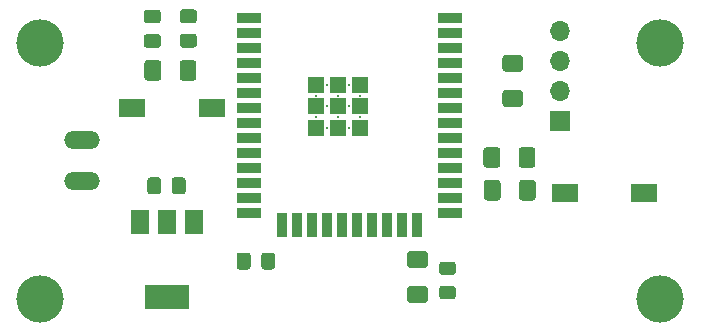
<source format=gts>
G04 #@! TF.GenerationSoftware,KiCad,Pcbnew,(5.1.7-0-10_14)*
G04 #@! TF.CreationDate,2021-04-09T21:40:06+02:00*
G04 #@! TF.ProjectId,StralingslocatiePCB,53747261-6c69-46e6-9773-6c6f63617469,rev?*
G04 #@! TF.SameCoordinates,Original*
G04 #@! TF.FileFunction,Soldermask,Top*
G04 #@! TF.FilePolarity,Negative*
%FSLAX46Y46*%
G04 Gerber Fmt 4.6, Leading zero omitted, Abs format (unit mm)*
G04 Created by KiCad (PCBNEW (5.1.7-0-10_14)) date 2021-04-09 21:40:06*
%MOMM*%
%LPD*%
G01*
G04 APERTURE LIST*
%ADD10R,2.000000X0.900000*%
%ADD11R,0.900000X2.000000*%
%ADD12R,1.330000X1.330000*%
%ADD13C,0.300000*%
%ADD14O,1.700000X1.700000*%
%ADD15R,1.700000X1.700000*%
%ADD16R,2.300000X1.500000*%
%ADD17R,3.800000X2.000000*%
%ADD18R,1.500000X2.000000*%
%ADD19O,3.014980X1.506220*%
%ADD20C,4.000000*%
G04 APERTURE END LIST*
D10*
X136702000Y-41160000D03*
X136702000Y-42430000D03*
X136702000Y-43700000D03*
X136702000Y-44970000D03*
X136702000Y-46240000D03*
X136702000Y-47510000D03*
X136702000Y-48780000D03*
X136702000Y-50050000D03*
X136702000Y-51320000D03*
X136702000Y-52590000D03*
X136702000Y-53860000D03*
X136702000Y-55130000D03*
X136702000Y-56400000D03*
X136702000Y-57670000D03*
D11*
X139487000Y-58670000D03*
X140757000Y-58670000D03*
X142027000Y-58670000D03*
X143297000Y-58670000D03*
X144567000Y-58670000D03*
X145837000Y-58670000D03*
X147107000Y-58670000D03*
X148377000Y-58670000D03*
X149647000Y-58670000D03*
X150917000Y-58670000D03*
D10*
X153702000Y-57670000D03*
X153702000Y-56400000D03*
X153702000Y-55130000D03*
X153702000Y-53860000D03*
X153702000Y-52590000D03*
X153702000Y-51320000D03*
X153702000Y-50050000D03*
X153702000Y-48780000D03*
X153702000Y-47510000D03*
X153702000Y-46240000D03*
X153702000Y-44970000D03*
X153702000Y-43700000D03*
X153702000Y-42430000D03*
X153702000Y-41160000D03*
D12*
X142367000Y-46825000D03*
X144202000Y-46825000D03*
X146037000Y-46825000D03*
X142367000Y-48660000D03*
X144202000Y-48660000D03*
X146037000Y-48660000D03*
X142367000Y-50495000D03*
X144202000Y-50495000D03*
X146037000Y-50495000D03*
D13*
X143284500Y-46825000D03*
X145119500Y-46825000D03*
X142367000Y-47742500D03*
X144202000Y-47742500D03*
X146037000Y-47742500D03*
X143284500Y-48660000D03*
X145119500Y-48660000D03*
X142367000Y-49577500D03*
X144202000Y-49577500D03*
X146037000Y-49577500D03*
X143284500Y-50495000D03*
X145119500Y-50495000D03*
G36*
G01*
X130133500Y-55847725D02*
X130133500Y-54898275D01*
G75*
G02*
X130383775Y-54648000I250275J0D01*
G01*
X131058225Y-54648000D01*
G75*
G02*
X131308500Y-54898275I0J-250275D01*
G01*
X131308500Y-55847725D01*
G75*
G02*
X131058225Y-56098000I-250275J0D01*
G01*
X130383775Y-56098000D01*
G75*
G02*
X130133500Y-55847725I0J250275D01*
G01*
G37*
G36*
G01*
X128058500Y-55848000D02*
X128058500Y-54898000D01*
G75*
G02*
X128308500Y-54648000I250000J0D01*
G01*
X128983500Y-54648000D01*
G75*
G02*
X129233500Y-54898000I0J-250000D01*
G01*
X129233500Y-55848000D01*
G75*
G02*
X128983500Y-56098000I-250000J0D01*
G01*
X128308500Y-56098000D01*
G75*
G02*
X128058500Y-55848000I0J250000D01*
G01*
G37*
G36*
G01*
X132009000Y-43681000D02*
X131059000Y-43681000D01*
G75*
G02*
X130809000Y-43431000I0J250000D01*
G01*
X130809000Y-42756000D01*
G75*
G02*
X131059000Y-42506000I250000J0D01*
G01*
X132009000Y-42506000D01*
G75*
G02*
X132259000Y-42756000I0J-250000D01*
G01*
X132259000Y-43431000D01*
G75*
G02*
X132009000Y-43681000I-250000J0D01*
G01*
G37*
G36*
G01*
X132008725Y-41606000D02*
X131059275Y-41606000D01*
G75*
G02*
X130809000Y-41355725I0J250275D01*
G01*
X130809000Y-40681275D01*
G75*
G02*
X131059275Y-40431000I250275J0D01*
G01*
X132008725Y-40431000D01*
G75*
G02*
X132259000Y-40681275I0J-250275D01*
G01*
X132259000Y-41355725D01*
G75*
G02*
X132008725Y-41606000I-250275J0D01*
G01*
G37*
G36*
G01*
X137700000Y-62224725D02*
X137700000Y-61275275D01*
G75*
G02*
X137950275Y-61025000I250275J0D01*
G01*
X138624725Y-61025000D01*
G75*
G02*
X138875000Y-61275275I0J-250275D01*
G01*
X138875000Y-62224725D01*
G75*
G02*
X138624725Y-62475000I-250275J0D01*
G01*
X137950275Y-62475000D01*
G75*
G02*
X137700000Y-62224725I0J250275D01*
G01*
G37*
G36*
G01*
X135625000Y-62225000D02*
X135625000Y-61275000D01*
G75*
G02*
X135875000Y-61025000I250000J0D01*
G01*
X136550000Y-61025000D01*
G75*
G02*
X136800000Y-61275000I0J-250000D01*
G01*
X136800000Y-62225000D01*
G75*
G02*
X136550000Y-62475000I-250000J0D01*
G01*
X135875000Y-62475000D01*
G75*
G02*
X135625000Y-62225000I0J250000D01*
G01*
G37*
G36*
G01*
X128961000Y-43702500D02*
X128011000Y-43702500D01*
G75*
G02*
X127761000Y-43452500I0J250000D01*
G01*
X127761000Y-42777500D01*
G75*
G02*
X128011000Y-42527500I250000J0D01*
G01*
X128961000Y-42527500D01*
G75*
G02*
X129211000Y-42777500I0J-250000D01*
G01*
X129211000Y-43452500D01*
G75*
G02*
X128961000Y-43702500I-250000J0D01*
G01*
G37*
G36*
G01*
X128960725Y-41627500D02*
X128011275Y-41627500D01*
G75*
G02*
X127761000Y-41377225I0J250275D01*
G01*
X127761000Y-40702775D01*
G75*
G02*
X128011275Y-40452500I250275J0D01*
G01*
X128960725Y-40452500D01*
G75*
G02*
X129211000Y-40702775I0J-250275D01*
G01*
X129211000Y-41377225D01*
G75*
G02*
X128960725Y-41627500I-250275J0D01*
G01*
G37*
G36*
G01*
X153022550Y-61792000D02*
X153923450Y-61792000D01*
G75*
G02*
X154173000Y-62041550I0J-249550D01*
G01*
X154173000Y-62692450D01*
G75*
G02*
X153923450Y-62942000I-249550J0D01*
G01*
X153022550Y-62942000D01*
G75*
G02*
X152773000Y-62692450I0J249550D01*
G01*
X152773000Y-62041550D01*
G75*
G02*
X153022550Y-61792000I249550J0D01*
G01*
G37*
G36*
G01*
X153022999Y-63842000D02*
X153923001Y-63842000D01*
G75*
G02*
X154173000Y-64091999I0J-249999D01*
G01*
X154173000Y-64742001D01*
G75*
G02*
X153923001Y-64992000I-249999J0D01*
G01*
X153022999Y-64992000D01*
G75*
G02*
X152773000Y-64742001I0J249999D01*
G01*
X152773000Y-64091999D01*
G75*
G02*
X153022999Y-63842000I249999J0D01*
G01*
G37*
D14*
X163000000Y-42310000D03*
X163000000Y-44850000D03*
X163000000Y-47390000D03*
D15*
X163000000Y-49930000D03*
G36*
G01*
X159625000Y-45725000D02*
X158375000Y-45725000D01*
G75*
G02*
X158125000Y-45475000I0J250000D01*
G01*
X158125000Y-44550000D01*
G75*
G02*
X158375000Y-44300000I250000J0D01*
G01*
X159625000Y-44300000D01*
G75*
G02*
X159875000Y-44550000I0J-250000D01*
G01*
X159875000Y-45475000D01*
G75*
G02*
X159625000Y-45725000I-250000J0D01*
G01*
G37*
G36*
G01*
X159625000Y-48700000D02*
X158375000Y-48700000D01*
G75*
G02*
X158125000Y-48450000I0J250000D01*
G01*
X158125000Y-47525000D01*
G75*
G02*
X158375000Y-47275000I250000J0D01*
G01*
X159625000Y-47275000D01*
G75*
G02*
X159875000Y-47525000I0J-250000D01*
G01*
X159875000Y-48450000D01*
G75*
G02*
X159625000Y-48700000I-250000J0D01*
G01*
G37*
G36*
G01*
X132210000Y-44987000D02*
X132210000Y-46237000D01*
G75*
G02*
X131960000Y-46487000I-250000J0D01*
G01*
X131035000Y-46487000D01*
G75*
G02*
X130785000Y-46237000I0J250000D01*
G01*
X130785000Y-44987000D01*
G75*
G02*
X131035000Y-44737000I250000J0D01*
G01*
X131960000Y-44737000D01*
G75*
G02*
X132210000Y-44987000I0J-250000D01*
G01*
G37*
G36*
G01*
X129235000Y-44987000D02*
X129235000Y-46237000D01*
G75*
G02*
X128985000Y-46487000I-250000J0D01*
G01*
X128060000Y-46487000D01*
G75*
G02*
X127810000Y-46237000I0J250000D01*
G01*
X127810000Y-44987000D01*
G75*
G02*
X128060000Y-44737000I250000J0D01*
G01*
X128985000Y-44737000D01*
G75*
G02*
X129235000Y-44987000I0J-250000D01*
G01*
G37*
G36*
G01*
X151558000Y-65301500D02*
X150308000Y-65301500D01*
G75*
G02*
X150058000Y-65051500I0J250000D01*
G01*
X150058000Y-64126500D01*
G75*
G02*
X150308000Y-63876500I250000J0D01*
G01*
X151558000Y-63876500D01*
G75*
G02*
X151808000Y-64126500I0J-250000D01*
G01*
X151808000Y-65051500D01*
G75*
G02*
X151558000Y-65301500I-250000J0D01*
G01*
G37*
G36*
G01*
X151558000Y-62326500D02*
X150308000Y-62326500D01*
G75*
G02*
X150058000Y-62076500I0J250000D01*
G01*
X150058000Y-61151500D01*
G75*
G02*
X150308000Y-60901500I250000J0D01*
G01*
X151558000Y-60901500D01*
G75*
G02*
X151808000Y-61151500I0J-250000D01*
G01*
X151808000Y-62076500D01*
G75*
G02*
X151558000Y-62326500I-250000J0D01*
G01*
G37*
G36*
G01*
X159491500Y-53603000D02*
X159491500Y-52353000D01*
G75*
G02*
X159741500Y-52103000I250000J0D01*
G01*
X160666500Y-52103000D01*
G75*
G02*
X160916500Y-52353000I0J-250000D01*
G01*
X160916500Y-53603000D01*
G75*
G02*
X160666500Y-53853000I-250000J0D01*
G01*
X159741500Y-53853000D01*
G75*
G02*
X159491500Y-53603000I0J250000D01*
G01*
G37*
G36*
G01*
X156516500Y-53603000D02*
X156516500Y-52353000D01*
G75*
G02*
X156766500Y-52103000I250000J0D01*
G01*
X157691500Y-52103000D01*
G75*
G02*
X157941500Y-52353000I0J-250000D01*
G01*
X157941500Y-53603000D01*
G75*
G02*
X157691500Y-53853000I-250000J0D01*
G01*
X156766500Y-53853000D01*
G75*
G02*
X156516500Y-53603000I0J250000D01*
G01*
G37*
G36*
G01*
X157975000Y-55125000D02*
X157975000Y-56375000D01*
G75*
G02*
X157725000Y-56625000I-250000J0D01*
G01*
X156800000Y-56625000D01*
G75*
G02*
X156550000Y-56375000I0J250000D01*
G01*
X156550000Y-55125000D01*
G75*
G02*
X156800000Y-54875000I250000J0D01*
G01*
X157725000Y-54875000D01*
G75*
G02*
X157975000Y-55125000I0J-250000D01*
G01*
G37*
G36*
G01*
X160950000Y-55125000D02*
X160950000Y-56375000D01*
G75*
G02*
X160700000Y-56625000I-250000J0D01*
G01*
X159775000Y-56625000D01*
G75*
G02*
X159525000Y-56375000I0J250000D01*
G01*
X159525000Y-55125000D01*
G75*
G02*
X159775000Y-54875000I250000J0D01*
G01*
X160700000Y-54875000D01*
G75*
G02*
X160950000Y-55125000I0J-250000D01*
G01*
G37*
D16*
X133503000Y-48787000D03*
X126803000Y-48787000D03*
X163400000Y-56000000D03*
X170100000Y-56000000D03*
D17*
X129705000Y-64771000D03*
D18*
X129705000Y-58471000D03*
X127405000Y-58471000D03*
X132005000Y-58471000D03*
D19*
X122500000Y-51502480D03*
X122500000Y-54997520D03*
D20*
X171500000Y-43250000D03*
X171500000Y-65000000D03*
X119000000Y-43250000D03*
X119000000Y-65000000D03*
M02*

</source>
